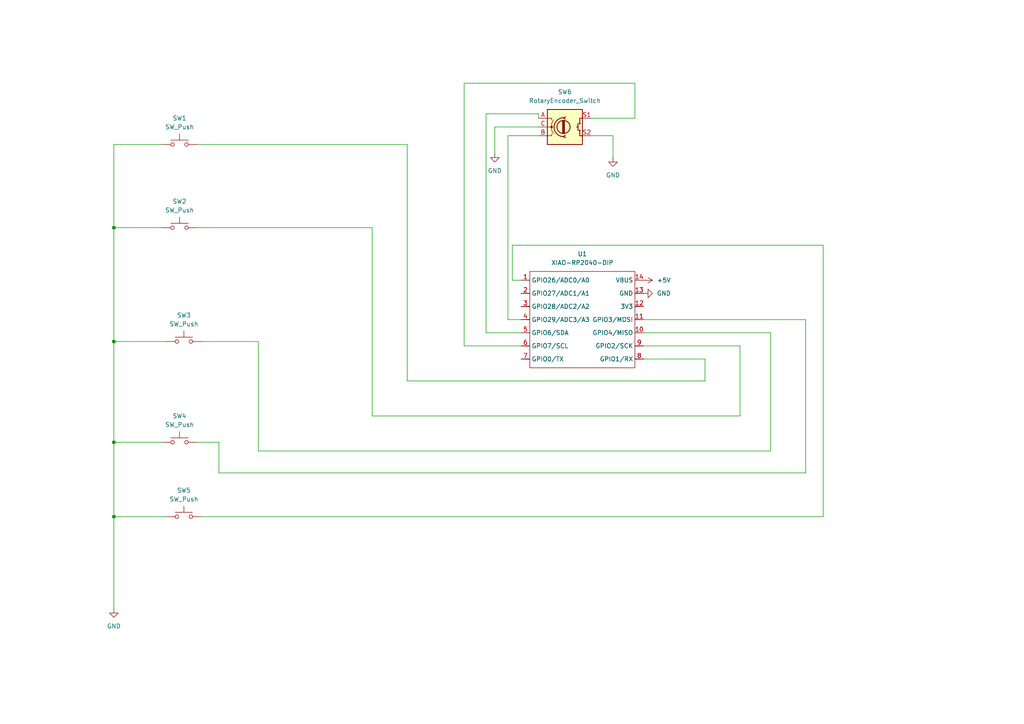
<source format=kicad_sch>
(kicad_sch (version 20250114) (generator "eeschema") (generator_version "9.0")
  (paper "A4")
  (lib_symbols
    (symbol "Device:RotaryEncoder_Switch" (pin_names (offset 0.254) (hide yes))
      (property "Reference" "SW" (at 0 6.604 0))
      (property "Value" "RotaryEncoder_Switch" (at 0 -6.604 0))
      (symbol "RotaryEncoder_Switch_0_1"
        (rectangle (start -5.08 5.08) (end 5.08 -5.08) (stroke (width 0.254)) (fill (type background)))
        (polyline (pts (xy -5.08 2.54) (xy -3.81 2.54) (xy -3.81 2.032)))
        (polyline (pts (xy -5.08 0) (xy -3.81 0) (xy -3.81 -1.016) (xy -3.302 -2.032)))
        (polyline (pts (xy -5.08 -2.54) (xy -3.81 -2.54) (xy -3.81 -2.032)))
        (polyline (pts (xy -4.318 0) (xy -3.81 0) (xy -3.81 1.016) (xy -3.302 2.032)))
        (circle (center -3.81 0) (radius 0.254) (fill (type outline)))
        (polyline (pts (xy -0.635 -1.778) (xy -0.635 1.778)) (stroke (width 0.254)))
        (circle (center -0.381 0) (radius 1.905) (stroke (width 0.254)))
        (polyline (pts (xy -0.381 -1.778) (xy -0.381 1.778)) (stroke (width 0.254)))
        (arc (start -0.381 -2.794) (mid -3.0988 -0.0635) (end -0.381 2.667) (stroke (width 0.254)))
        (polyline (pts (xy -0.127 1.778) (xy -0.127 -1.778)) (stroke (width 0.254)))
        (polyline (pts (xy 0.254 2.921) (xy -0.508 2.667) (xy 0.127 2.286)) (stroke (width 0.254)))
        (polyline (pts (xy 0.254 -3.048) (xy -0.508 -2.794) (xy 0.127 -2.413)) (stroke (width 0.254)))
        (polyline (pts (xy 3.81 1.016) (xy 3.81 -1.016)) (stroke (width 0.254)))
        (polyline (pts (xy 3.81 0) (xy 3.429 0)) (stroke (width 0.254)))
        (circle (center 4.318 1.016) (radius 0.127) (stroke (width 0.254)))
        (circle (center 4.318 -1.016) (radius 0.127) (stroke (width 0.254)))
        (polyline (pts (xy 5.08 2.54) (xy 4.318 2.54) (xy 4.318 1.016)) (stroke (width 0.254)))
        (polyline (pts (xy 5.08 -2.54) (xy 4.318 -2.54) (xy 4.318 -1.016)) (stroke (width 0.254)))
      )
      (symbol "RotaryEncoder_Switch_1_1"
        (pin passive line (at -7.62 2.54 0) (length 2.54) (name "A") (number "A"))
        (pin passive line (at -7.62 0 0) (length 2.54) (name "C") (number "C"))
        (pin passive line (at -7.62 -2.54 0) (length 2.54) (name "B") (number "B"))
        (pin passive line (at 7.62 2.54 180) (length 2.54) (name "S1") (number "S1"))
        (pin passive line (at 7.62 -2.54 180) (length 2.54) (name "S2") (number "S2"))
      )
    )
    (symbol "Seeed_Studio_XIAO_Series:XIAO-RP2040-DIP"
      (property "Reference" "U" (at 0 0 0))
      (property "Value" "XIAO-RP2040-DIP" (at 5.334 -1.778 0))
      (symbol "XIAO-RP2040-DIP_1_0"
        (polyline (pts (xy -1.27 -2.54) (xy 29.21 -2.54)) (stroke (width 0.1524)))
        (polyline (pts (xy -1.27 -5.08) (xy -2.54 -5.08)) (stroke (width 0.1524)))
        (polyline (pts (xy -1.27 -5.08) (xy -1.27 -2.54)) (stroke (width 0.1524)))
        (polyline (pts (xy -1.27 -8.89) (xy -2.54 -8.89)) (stroke (width 0.1524)))
        (polyline (pts (xy -1.27 -8.89) (xy -1.27 -5.08)) (stroke (width 0.1524)))
        (polyline (pts (xy -1.27 -12.7) (xy -2.54 -12.7)) (stroke (width 0.1524)))
        (polyline (pts (xy -1.27 -12.7) (xy -1.27 -8.89)) (stroke (width 0.1524)))
        (polyline (pts (xy -1.27 -16.51) (xy -2.54 -16.51)) (stroke (width 0.1524)))
        (polyline (pts (xy -1.27 -16.51) (xy -1.27 -12.7)) (stroke (width 0.1524)))
        (polyline (pts (xy -1.27 -20.32) (xy -2.54 -20.32)) (stroke (width 0.1524)))
        (polyline (pts (xy -1.27 -24.13) (xy -2.54 -24.13)) (stroke (width 0.1524)))
        (polyline (pts (xy -1.27 -27.94) (xy -2.54 -27.94)) (stroke (width 0.1524)))
        (polyline (pts (xy -1.27 -30.48) (xy -1.27 -16.51)) (stroke (width 0.1524)))
        (polyline (pts (xy 29.21 -2.54) (xy 29.21 -5.08)) (stroke (width 0.1524)))
        (polyline (pts (xy 29.21 -5.08) (xy 29.21 -8.89)) (stroke (width 0.1524)))
        (polyline (pts (xy 29.21 -8.89) (xy 29.21 -12.7)) (stroke (width 0.1524)))
        (polyline (pts (xy 29.21 -12.7) (xy 29.21 -30.48)) (stroke (width 0.1524)))
        (polyline (pts (xy 29.21 -30.48) (xy -1.27 -30.48)) (stroke (width 0.1524)))
        (polyline (pts (xy 30.48 -5.08) (xy 29.21 -5.08)) (stroke (width 0.1524)))
        (polyline (pts (xy 30.48 -8.89) (xy 29.21 -8.89)) (stroke (width 0.1524)))
        (polyline (pts (xy 30.48 -12.7) (xy 29.21 -12.7)) (stroke (width 0.1524)))
        (polyline (pts (xy 30.48 -16.51) (xy 29.21 -16.51)) (stroke (width 0.1524)))
        (polyline (pts (xy 30.48 -20.32) (xy 29.21 -20.32)) (stroke (width 0.1524)))
        (polyline (pts (xy 30.48 -24.13) (xy 29.21 -24.13)) (stroke (width 0.1524)))
        (polyline (pts (xy 30.48 -27.94) (xy 29.21 -27.94)) (stroke (width 0.1524)))
        (pin passive line (at -3.81 -5.08 0) (length 2.54) (name "GPIO26/ADC0/A0") (number "1"))
        (pin passive line (at -3.81 -8.89 0) (length 2.54) (name "GPIO27/ADC1/A1") (number "2"))
        (pin passive line (at -3.81 -12.7 0) (length 2.54) (name "GPIO28/ADC2/A2") (number "3"))
        (pin passive line (at -3.81 -16.51 0) (length 2.54) (name "GPIO29/ADC3/A3") (number "4"))
        (pin passive line (at -3.81 -20.32 0) (length 2.54) (name "GPIO6/SDA") (number "5"))
        (pin passive line (at -3.81 -24.13 0) (length 2.54) (name "GPIO7/SCL") (number "6"))
        (pin passive line (at -3.81 -27.94 0) (length 2.54) (name "GPIO0/TX") (number "7"))
        (pin passive line (at 31.75 -5.08 180) (length 2.54) (name "VBUS") (number "14"))
        (pin passive line (at 31.75 -8.89 180) (length 2.54) (name "GND") (number "13"))
        (pin passive line (at 31.75 -12.7 180) (length 2.54) (name "3V3") (number "12"))
        (pin passive line (at 31.75 -16.51 180) (length 2.54) (name "GPIO3/MOSI") (number "11"))
        (pin passive line (at 31.75 -20.32 180) (length 2.54) (name "GPIO4/MISO") (number "10"))
        (pin passive line (at 31.75 -24.13 180) (length 2.54) (name "GPIO2/SCK") (number "9"))
        (pin passive line (at 31.75 -27.94 180) (length 2.54) (name "GPIO1/RX") (number "8"))
      )
    )
    (symbol "Switch:SW_Push" (pin_numbers (hide yes)) (pin_names (offset 1.016) (hide yes))
      (property "Reference" "SW" (at 1.27 2.54 0))
      (property "Value" "SW_Push" (at 0 -1.524 0))
      (symbol "SW_Push_0_1"
        (circle (center -2.032 0) (radius 0.508))
        (polyline (pts (xy 0 1.27) (xy 0 3.048)))
        (circle (center 2.032 0) (radius 0.508))
        (polyline (pts (xy 2.54 1.27) (xy -2.54 1.27)))
        (pin passive line (at -5.08 0 0) (length 2.54) (name "1") (number "1"))
        (pin passive line (at 5.08 0 180) (length 2.54) (name "2") (number "2"))
      )
    )
    (symbol "power:+5V" (power) (pin_numbers (hide yes)) (pin_names (offset 0) (hide yes))
      (property "Value" "+5V" (at 0 3.556 0))
      (symbol "+5V_0_1"
        (polyline (pts (xy -0.762 1.27) (xy 0 2.54)))
        (polyline (pts (xy 0 2.54) (xy 0.762 1.27)))
        (polyline (pts (xy 0 0) (xy 0 2.54)))
      )
      (symbol "+5V_1_1"
        (pin power_in line (at 0 0 90) (length 0) (name "~") (number "1"))
      )
    )
    (symbol "power:GND" (power) (pin_numbers (hide yes)) (pin_names (offset 0) (hide yes))
      (property "Value" "GND" (at 0 -3.81 0))
      (symbol "GND_0_1"
        (polyline (pts (xy 0 0) (xy 0 -1.27) (xy 1.27 -1.27) (xy 0 -2.54) (xy -1.27 -1.27) (xy 0 -1.27)))
      )
      (symbol "GND_1_1"
        (pin power_in line (at 0 0 270) (length 0) (name "~") (number "1"))
      )
    )
  )
  (junction (at 33.02 149.86))
  (junction (at 33.02 99.06))
  (junction (at 33.02 66.04))
  (junction (at 33.02 128.27))
  (wire (pts (xy 134.62 24.13) (xy 134.62 100.33)))
  (wire (pts (xy 148.59 71.12) (xy 238.76 71.12)))
  (wire (pts (xy 46.99 41.91) (xy 33.02 41.91)))
  (wire (pts (xy 140.97 96.52) (xy 151.13 96.52)))
  (wire (pts (xy 171.45 34.29) (xy 184.15 34.29)))
  (wire (pts (xy 33.02 66.04) (xy 46.99 66.04)))
  (wire (pts (xy 156.21 36.83) (xy 143.51 36.83)))
  (wire (pts (xy 223.52 96.52) (xy 223.52 130.81)))
  (wire (pts (xy 148.59 81.28) (xy 148.59 71.12)))
  (wire (pts (xy 118.11 110.49) (xy 118.11 41.91)))
  (wire (pts (xy 184.15 34.29) (xy 184.15 24.13)))
  (wire (pts (xy 156.21 33.02) (xy 156.21 34.29)))
  (wire (pts (xy 33.02 149.86) (xy 48.26 149.86)))
  (wire (pts (xy 57.15 66.04) (xy 107.95 66.04)))
  (wire (pts (xy 33.02 99.06) (xy 33.02 128.27)))
  (wire (pts (xy 186.69 100.33) (xy 214.63 100.33)))
  (wire (pts (xy 233.68 137.16) (xy 63.5 137.16)))
  (wire (pts (xy 186.69 96.52) (xy 223.52 96.52)))
  (wire (pts (xy 147.32 92.71) (xy 147.32 39.37)))
  (wire (pts (xy 151.13 92.71) (xy 147.32 92.71)))
  (wire (pts (xy 140.97 33.02) (xy 156.21 33.02)))
  (wire (pts (xy 151.13 81.28) (xy 148.59 81.28)))
  (wire (pts (xy 57.15 128.27) (xy 63.5 128.27)))
  (wire (pts (xy 107.95 66.04) (xy 107.95 120.65)))
  (wire (pts (xy 204.47 104.14) (xy 204.47 110.49)))
  (wire (pts (xy 147.32 39.37) (xy 156.21 39.37)))
  (wire (pts (xy 63.5 137.16) (xy 63.5 128.27)))
  (wire (pts (xy 33.02 128.27) (xy 33.02 149.86)))
  (wire (pts (xy 33.02 41.91) (xy 33.02 66.04)))
  (wire (pts (xy 223.52 130.81) (xy 74.93 130.81)))
  (wire (pts (xy 118.11 41.91) (xy 57.15 41.91)))
  (wire (pts (xy 33.02 99.06) (xy 48.26 99.06)))
  (wire (pts (xy 214.63 100.33) (xy 214.63 120.65)))
  (wire (pts (xy 33.02 149.86) (xy 33.02 176.53)))
  (wire (pts (xy 177.8 39.37) (xy 177.8 45.72)))
  (wire (pts (xy 140.97 96.52) (xy 140.97 33.02)))
  (wire (pts (xy 186.69 92.71) (xy 233.68 92.71)))
  (wire (pts (xy 74.93 130.81) (xy 74.93 99.06)))
  (wire (pts (xy 134.62 100.33) (xy 151.13 100.33)))
  (wire (pts (xy 33.02 128.27) (xy 46.99 128.27)))
  (wire (pts (xy 184.15 24.13) (xy 134.62 24.13)))
  (wire (pts (xy 58.42 149.86) (xy 238.76 149.86)))
  (wire (pts (xy 214.63 120.65) (xy 107.95 120.65)))
  (wire (pts (xy 118.11 110.49) (xy 204.47 110.49)))
  (wire (pts (xy 74.93 99.06) (xy 58.42 99.06)))
  (wire (pts (xy 238.76 71.12) (xy 238.76 149.86)))
  (wire (pts (xy 143.51 36.83) (xy 143.51 44.45)))
  (wire (pts (xy 33.02 66.04) (xy 33.02 99.06)))
  (wire (pts (xy 171.45 39.37) (xy 177.8 39.37)))
  (wire (pts (xy 233.68 92.71) (xy 233.68 137.16)))
  (wire (pts (xy 186.69 104.14) (xy 204.47 104.14)))
  (symbol (lib_id "Switch:SW_Push") (at 53.34 99.06 0) (unit 1)
    (property "Reference" "SW3" (at 53.34 91.44 0))
    (property "Value" "SW_Push" (at 53.34 93.98 0))
    (property "Footprint" "Button_Switch_Keyboard:SW_Cherry_MX_1.00u_PCB" (effects (hide yes)))
    (property "Description" "Push button switch, generic, two pins" (effects (hide yes)))
  )
  (symbol (lib_id "Switch:SW_Push") (at 53.34 149.86 0) (unit 1)
    (property "Reference" "SW5" (at 53.34 142.24 0))
    (property "Value" "SW_Push" (at 53.34 144.78 0))
    (property "Footprint" "Button_Switch_Keyboard:SW_Cherry_MX_1.00u_PCB" (effects (hide yes)))
    (property "Description" "Push button switch, generic, two pins" (effects (hide yes)))
  )
  (symbol (lib_id "Seeed_Studio_XIAO_Series:XIAO-RP2040-DIP") (at 154.94 76.2 0) (unit 1)
    (property "Reference" "U1" (at 168.91 73.66 0))
    (property "Value" "XIAO-RP2040-DIP" (at 168.91 76.2 0))
    (property "Footprint" "OPL:XIAO-RP2040-DIP" (effects (hide yes)))
  )
  (symbol (lib_id "power:GND") (at 143.51 44.45 0) (unit 1)
    (property "Reference" "#PWR04" (effects (hide yes)))
    (property "Value" "GND" (at 143.51 49.53 0))
    (property "Description" "Power symbol creates a global label with name \"GND\" , ground" (effects (hide yes)))
  )
  (symbol (lib_id "power:+5V") (at 186.69 81.28 270) (unit 1)
    (property "Reference" "#PWR03" (effects (hide yes)))
    (property "Value" "+5V" (at 190.5 81.2799 90) (effects (justify left)))
    (property "Description" "Power symbol creates a global label with name \"+5V\"" (effects (hide yes)))
  )
  (symbol (lib_id "Switch:SW_Push") (at 52.07 128.27 0) (unit 1)
    (property "Reference" "SW4" (at 52.07 120.65 0))
    (property "Value" "SW_Push" (at 52.07 123.19 0))
    (property "Footprint" "Button_Switch_Keyboard:SW_Cherry_MX_1.00u_PCB" (effects (hide yes)))
    (property "Description" "Push button switch, generic, two pins" (effects (hide yes)))
  )
  (symbol (lib_id "power:GND") (at 177.8 45.72 0) (unit 1)
    (property "Reference" "#PWR05" (effects (hide yes)))
    (property "Value" "GND" (at 177.8 50.8 0))
    (property "Description" "Power symbol creates a global label with name \"GND\" , ground" (effects (hide yes)))
  )
  (symbol (lib_id "power:GND") (at 33.02 176.53 0) (unit 1)
    (property "Reference" "#PWR01" (effects (hide yes)))
    (property "Value" "GND" (at 33.02 181.61 0))
    (property "Description" "Power symbol creates a global label with name \"GND\" , ground" (effects (hide yes)))
  )
  (symbol (lib_id "Switch:SW_Push") (at 52.07 41.91 0) (unit 1)
    (property "Reference" "SW1" (at 52.07 34.29 0))
    (property "Value" "SW_Push" (at 52.07 36.83 0))
    (property "Footprint" "Button_Switch_Keyboard:SW_Cherry_MX_1.00u_PCB" (effects (hide yes)))
    (property "Description" "Push button switch, generic, two pins" (effects (hide yes)))
  )
  (symbol (lib_id "Switch:SW_Push") (at 52.07 66.04 0) (unit 1)
    (property "Reference" "SW2" (at 52.07 58.42 0))
    (property "Value" "SW_Push" (at 52.07 60.96 0))
    (property "Footprint" "Button_Switch_Keyboard:SW_Cherry_MX_1.00u_PCB" (effects (hide yes)))
    (property "Description" "Push button switch, generic, two pins" (effects (hide yes)))
  )
  (symbol (lib_id "power:GND") (at 186.69 85.09 90) (unit 1)
    (property "Reference" "#PWR02" (effects (hide yes)))
    (property "Value" "GND" (at 190.5 85.0899 90) (effects (justify right)))
    (property "Description" "Power symbol creates a global label with name \"GND\" , ground" (effects (hide yes)))
  )
  (symbol (lib_id "Device:RotaryEncoder_Switch") (at 163.83 36.83 0) (unit 1)
    (property "Reference" "SW6" (at 163.83 26.67 0))
    (property "Value" "RotaryEncoder_Switch" (at 163.83 29.21 0))
    (property "Footprint" "Rotary_Encoder:RotaryEncoder_Alps_EC11E-Switch_Vertical_H20mm" (effects (hide yes)))
    (property "Description" "Rotary encoder, dual channel, incremental quadrate outputs, with switch" (effects (hide yes)))
  )
)
</source>
